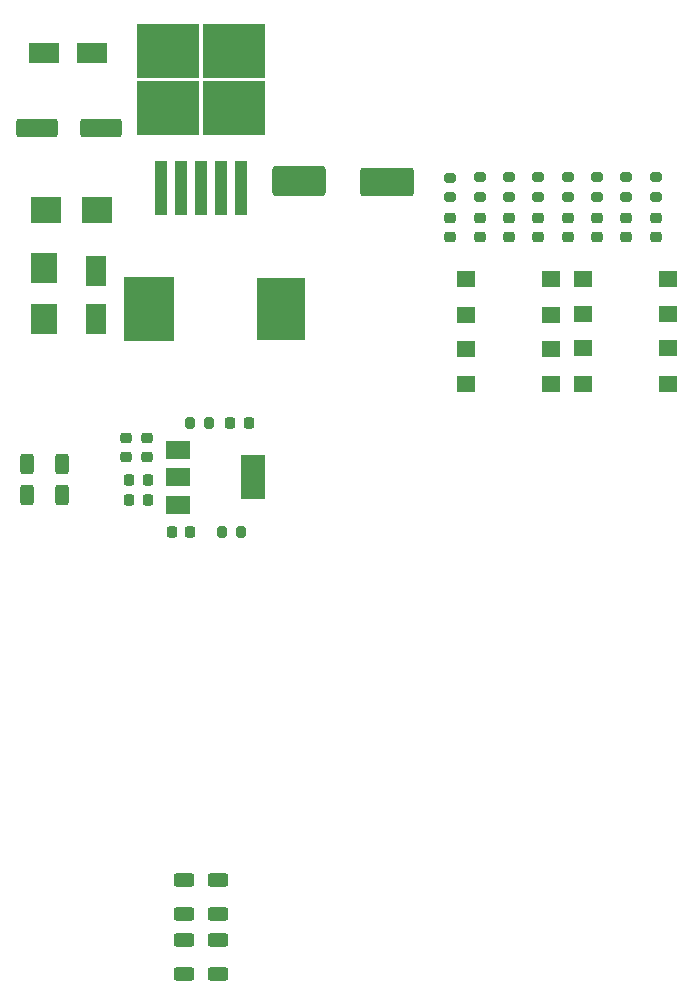
<source format=gbr>
%TF.GenerationSoftware,KiCad,Pcbnew,7.0.8*%
%TF.CreationDate,2023-12-31T21:54:59+05:30*%
%TF.ProjectId,sra_dev_board_2023,7372615f-6465-4765-9f62-6f6172645f32,rev?*%
%TF.SameCoordinates,Original*%
%TF.FileFunction,Paste,Top*%
%TF.FilePolarity,Positive*%
%FSLAX46Y46*%
G04 Gerber Fmt 4.6, Leading zero omitted, Abs format (unit mm)*
G04 Created by KiCad (PCBNEW 7.0.8) date 2023-12-31 21:54:59*
%MOMM*%
%LPD*%
G01*
G04 APERTURE LIST*
G04 Aperture macros list*
%AMRoundRect*
0 Rectangle with rounded corners*
0 $1 Rounding radius*
0 $2 $3 $4 $5 $6 $7 $8 $9 X,Y pos of 4 corners*
0 Add a 4 corners polygon primitive as box body*
4,1,4,$2,$3,$4,$5,$6,$7,$8,$9,$2,$3,0*
0 Add four circle primitives for the rounded corners*
1,1,$1+$1,$2,$3*
1,1,$1+$1,$4,$5*
1,1,$1+$1,$6,$7*
1,1,$1+$1,$8,$9*
0 Add four rect primitives between the rounded corners*
20,1,$1+$1,$2,$3,$4,$5,0*
20,1,$1+$1,$4,$5,$6,$7,0*
20,1,$1+$1,$6,$7,$8,$9,0*
20,1,$1+$1,$8,$9,$2,$3,0*%
G04 Aperture macros list end*
%ADD10RoundRect,0.200000X0.275000X-0.200000X0.275000X0.200000X-0.275000X0.200000X-0.275000X-0.200000X0*%
%ADD11RoundRect,0.225000X0.250000X-0.225000X0.250000X0.225000X-0.250000X0.225000X-0.250000X-0.225000X0*%
%ADD12R,1.800000X2.500000*%
%ADD13RoundRect,0.218750X-0.256250X0.218750X-0.256250X-0.218750X0.256250X-0.218750X0.256250X0.218750X0*%
%ADD14R,2.300000X2.500000*%
%ADD15RoundRect,0.255000X-1.995000X-1.020000X1.995000X-1.020000X1.995000X1.020000X-1.995000X1.020000X0*%
%ADD16RoundRect,0.245000X-2.005000X-0.980000X2.005000X-0.980000X2.005000X0.980000X-2.005000X0.980000X0*%
%ADD17R,2.500000X2.300000*%
%ADD18R,1.600000X1.400000*%
%ADD19RoundRect,0.218750X-0.218750X-0.256250X0.218750X-0.256250X0.218750X0.256250X-0.218750X0.256250X0*%
%ADD20RoundRect,0.200000X0.200000X0.275000X-0.200000X0.275000X-0.200000X-0.275000X0.200000X-0.275000X0*%
%ADD21RoundRect,0.250000X0.625000X-0.312500X0.625000X0.312500X-0.625000X0.312500X-0.625000X-0.312500X0*%
%ADD22RoundRect,0.200000X-0.200000X-0.275000X0.200000X-0.275000X0.200000X0.275000X-0.200000X0.275000X0*%
%ADD23RoundRect,0.250000X1.500000X0.550000X-1.500000X0.550000X-1.500000X-0.550000X1.500000X-0.550000X0*%
%ADD24R,2.500000X1.800000*%
%ADD25R,4.194800X5.405100*%
%ADD26R,4.094800X5.305100*%
%ADD27RoundRect,0.225000X0.225000X0.250000X-0.225000X0.250000X-0.225000X-0.250000X0.225000X-0.250000X0*%
%ADD28R,2.000000X1.500000*%
%ADD29R,2.000000X3.800000*%
%ADD30R,5.250000X4.550000*%
%ADD31R,1.100000X4.600000*%
%ADD32RoundRect,0.218750X0.218750X0.256250X-0.218750X0.256250X-0.218750X-0.256250X0.218750X-0.256250X0*%
%ADD33RoundRect,0.250000X-0.312500X-0.625000X0.312500X-0.625000X0.312500X0.625000X-0.312500X0.625000X0*%
G04 APERTURE END LIST*
D10*
%TO.C,R7*%
X132680000Y-45896250D03*
X132680000Y-44246250D03*
%TD*%
%TO.C,R1*%
X117720000Y-45912500D03*
X117720000Y-44262500D03*
%TD*%
D11*
%TO.C,C5*%
X92135000Y-67905000D03*
X92135000Y-66355000D03*
%TD*%
D12*
%TO.C,D13*%
X87800000Y-52200000D03*
X87800000Y-56200000D03*
%TD*%
D13*
%TO.C,D2*%
X120250000Y-47683750D03*
X120250000Y-49258750D03*
%TD*%
D14*
%TO.C,D9*%
X83400000Y-56230000D03*
X83400000Y-51930000D03*
%TD*%
D13*
%TO.C,D4*%
X125220000Y-47692500D03*
X125220000Y-49267500D03*
%TD*%
D15*
%TO.C,C2*%
X104952500Y-44575000D03*
D16*
X112452500Y-44625000D03*
%TD*%
D17*
%TO.C,D14*%
X87850000Y-47000000D03*
X83550000Y-47000000D03*
%TD*%
D10*
%TO.C,R6*%
X130180000Y-45896250D03*
X130180000Y-44246250D03*
%TD*%
D18*
%TO.C,SW2*%
X126270000Y-58740000D03*
X119070000Y-58740000D03*
X126270000Y-61740000D03*
X119070000Y-61740000D03*
%TD*%
D10*
%TO.C,R4*%
X125220000Y-45905000D03*
X125220000Y-44255000D03*
%TD*%
D13*
%TO.C,D6*%
X130180000Y-47683750D03*
X130180000Y-49258750D03*
%TD*%
%TO.C,D1*%
X117740000Y-47700000D03*
X117740000Y-49275000D03*
%TD*%
D10*
%TO.C,R2*%
X120250000Y-45896250D03*
X120250000Y-44246250D03*
%TD*%
D13*
%TO.C,D7*%
X132680000Y-47683750D03*
X132680000Y-49258750D03*
%TD*%
D19*
%TO.C,D11*%
X99155000Y-65060000D03*
X100730000Y-65060000D03*
%TD*%
D10*
%TO.C,R3*%
X122730000Y-45896250D03*
X122730000Y-44246250D03*
%TD*%
%TO.C,R8*%
X135190000Y-45896250D03*
X135190000Y-44246250D03*
%TD*%
D18*
%TO.C,SW4*%
X136203500Y-52850000D03*
X129003500Y-52850000D03*
X136203500Y-55850000D03*
X129003500Y-55850000D03*
%TD*%
D13*
%TO.C,D3*%
X122730000Y-47683750D03*
X122730000Y-49258750D03*
%TD*%
D20*
%TO.C,R10*%
X97365000Y-65060000D03*
X95715000Y-65060000D03*
%TD*%
D21*
%TO.C,R14*%
X98110000Y-111732500D03*
X98110000Y-108807500D03*
%TD*%
D13*
%TO.C,D8*%
X135190000Y-47683750D03*
X135190000Y-49258750D03*
%TD*%
D18*
%TO.C,SW1*%
X126274490Y-52860000D03*
X119074490Y-52860000D03*
X126274490Y-55860000D03*
X119074490Y-55860000D03*
%TD*%
D21*
%TO.C,R12*%
X95200000Y-106622500D03*
X95200000Y-103697500D03*
%TD*%
D11*
%TO.C,C4*%
X90360000Y-67905000D03*
X90360000Y-66355000D03*
%TD*%
D22*
%TO.C,R9*%
X98405000Y-74260000D03*
X100055000Y-74260000D03*
%TD*%
D23*
%TO.C,C1*%
X88200000Y-40100000D03*
X82800000Y-40100000D03*
%TD*%
D21*
%TO.C,R11*%
X98120000Y-106622500D03*
X98120000Y-103697500D03*
%TD*%
D24*
%TO.C,D12*%
X87400000Y-33700000D03*
X83400000Y-33700000D03*
%TD*%
D18*
%TO.C,SW3*%
X136200000Y-58720000D03*
X129000000Y-58720000D03*
X136200000Y-61720000D03*
X129000000Y-61720000D03*
%TD*%
D13*
%TO.C,D5*%
X127700000Y-47683750D03*
X127700000Y-49258750D03*
%TD*%
D25*
%TO.C,L1*%
X92288135Y-55382550D03*
D26*
X103443335Y-55432550D03*
%TD*%
D27*
%TO.C,C6*%
X92160000Y-69830000D03*
X90610000Y-69830000D03*
%TD*%
%TO.C,C3*%
X92160000Y-71530000D03*
X90610000Y-71530000D03*
%TD*%
D28*
%TO.C,U2*%
X94730000Y-67350000D03*
X94730000Y-69650000D03*
D29*
X101030000Y-69650000D03*
D28*
X94730000Y-71950000D03*
%TD*%
D21*
%TO.C,R13*%
X95190000Y-111732500D03*
X95190000Y-108807500D03*
%TD*%
D30*
%TO.C,U5*%
X93885000Y-38390000D03*
X99435000Y-38390000D03*
X93885000Y-33540000D03*
X99435000Y-33540000D03*
D31*
X93260000Y-45115000D03*
X94960000Y-45115000D03*
X96660000Y-45115000D03*
X98360000Y-45115000D03*
X100060000Y-45115000D03*
%TD*%
D10*
%TO.C,R5*%
X127700000Y-45896250D03*
X127700000Y-44246250D03*
%TD*%
D32*
%TO.C,D10*%
X95767500Y-74260000D03*
X94192500Y-74260000D03*
%TD*%
D33*
%TO.C,R17*%
X81965000Y-71100000D03*
X84890000Y-71100000D03*
%TD*%
%TO.C,R16*%
X81965000Y-68530000D03*
X84890000Y-68530000D03*
%TD*%
M02*

</source>
